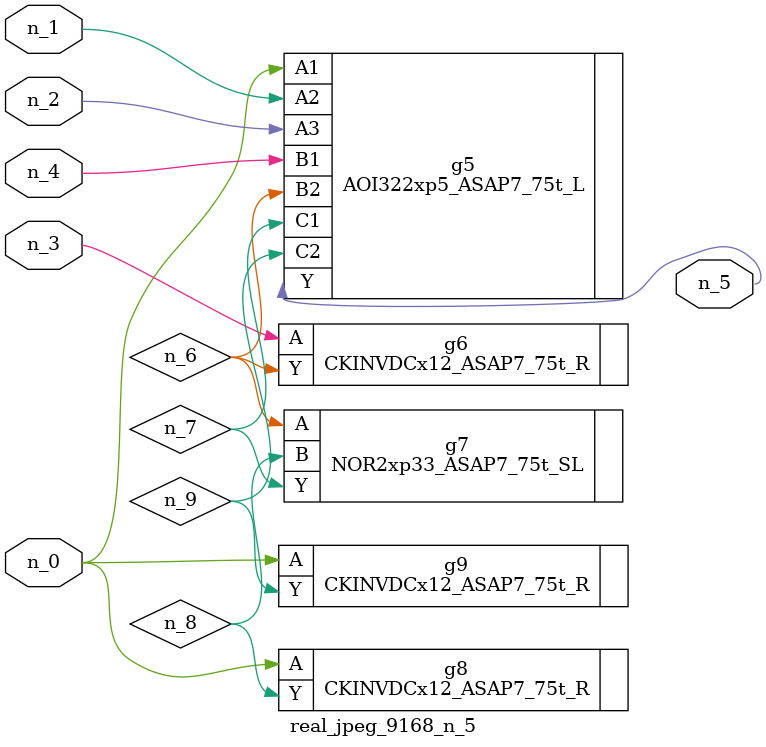
<source format=v>
module real_jpeg_9168_n_5 (n_4, n_0, n_1, n_2, n_3, n_5);

input n_4;
input n_0;
input n_1;
input n_2;
input n_3;

output n_5;

wire n_8;
wire n_6;
wire n_7;
wire n_9;

AOI322xp5_ASAP7_75t_L g5 ( 
.A1(n_0),
.A2(n_1),
.A3(n_2),
.B1(n_4),
.B2(n_6),
.C1(n_7),
.C2(n_9),
.Y(n_5)
);

CKINVDCx12_ASAP7_75t_R g8 ( 
.A(n_0),
.Y(n_8)
);

CKINVDCx12_ASAP7_75t_R g9 ( 
.A(n_0),
.Y(n_9)
);

CKINVDCx12_ASAP7_75t_R g6 ( 
.A(n_3),
.Y(n_6)
);

NOR2xp33_ASAP7_75t_SL g7 ( 
.A(n_6),
.B(n_8),
.Y(n_7)
);


endmodule
</source>
